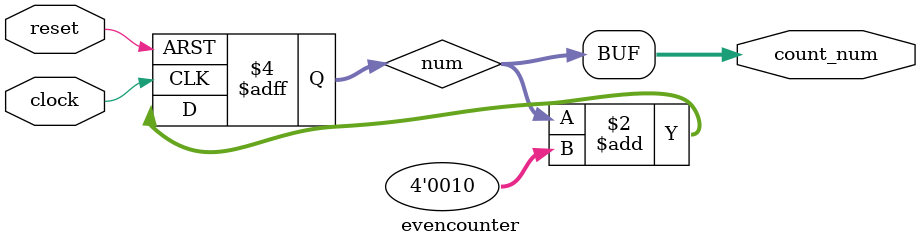
<source format=v>
module evencounter(input wire clock, reset, output wire [3:0] count_num);
	reg [3:0] num = 4'b0000;
	always @(posedge (clock) or posedge (reset))
	begin 
		if(reset)
			num = 4'b0000;
		else 
			num = num + 4'b0010;
	end
	assign count_num = num;
endmodule
</source>
